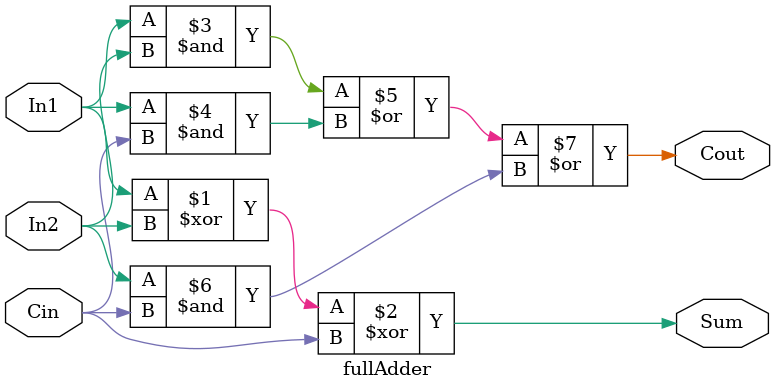
<source format=sv>
`ifndef FULLADDER
`define FULLADDER

`timescale 1ns/100ps


module fullAdder(In1, In2, Cin, Sum, Cout);
  
	input In1, In2, Cin;
  	output Sum, Cout;
	
 	assign Sum  = In1 ^ In2 ^ Cin;
  	assign Cout = (In1 & In2) | (In1 & Cin) | (In2 & Cin);
  
endmodule // fullAdder

`endif //fullAdder

</source>
